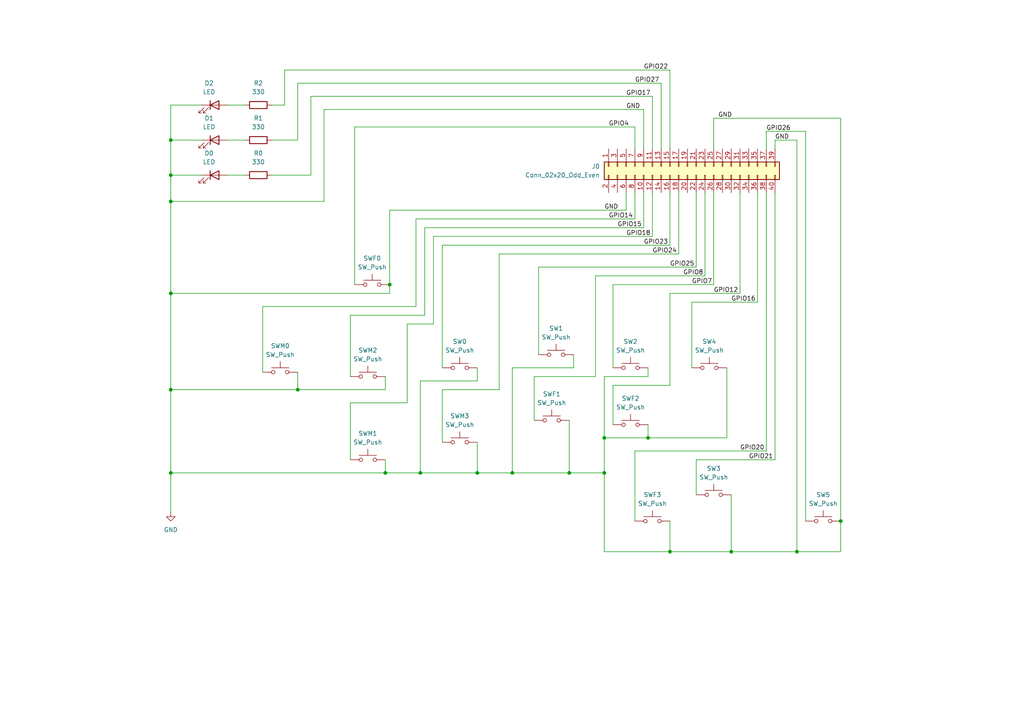
<source format=kicad_sch>
(kicad_sch (version 20211123) (generator eeschema)
  (paper "A4")
  (lib_symbols
    (symbol "Connector_Generic:Conn_02x20_Odd_Even" (pin_names (offset 1.016) hide)
      (property "Reference" "J" (at 1.27 25.4 0))
      (property "Value" "Conn_02x20_Odd_Even" (at 1.27 -27.94 0))
      (symbol "Conn_02x20_Odd_Even_1_1"
        (rectangle (start -1.27 -25.273) (end 0 -25.527) (stroke (width 0.1524)))
        (rectangle (start -1.27 -22.733) (end 0 -22.987) (stroke (width 0.1524)))
        (rectangle (start -1.27 -20.193) (end 0 -20.447) (stroke (width 0.1524)))
        (rectangle (start -1.27 -17.653) (end 0 -17.907) (stroke (width 0.1524)))
        (rectangle (start -1.27 -15.113) (end 0 -15.367) (stroke (width 0.1524)))
        (rectangle (start -1.27 -12.573) (end 0 -12.827) (stroke (width 0.1524)))
        (rectangle (start -1.27 -10.033) (end 0 -10.287) (stroke (width 0.1524)))
        (rectangle (start -1.27 -7.493) (end 0 -7.747) (stroke (width 0.1524)))
        (rectangle (start -1.27 -4.953) (end 0 -5.207) (stroke (width 0.1524)))
        (rectangle (start -1.27 -2.413) (end 0 -2.667) (stroke (width 0.1524)))
        (rectangle (start -1.27 0.127) (end 0 -0.127) (stroke (width 0.1524)))
        (rectangle (start -1.27 2.667) (end 0 2.413) (stroke (width 0.1524)))
        (rectangle (start -1.27 5.207) (end 0 4.953) (stroke (width 0.1524)))
        (rectangle (start -1.27 7.747) (end 0 7.493) (stroke (width 0.1524)))
        (rectangle (start -1.27 10.287) (end 0 10.033) (stroke (width 0.1524)))
        (rectangle (start -1.27 12.827) (end 0 12.573) (stroke (width 0.1524)))
        (rectangle (start -1.27 15.367) (end 0 15.113) (stroke (width 0.1524)))
        (rectangle (start -1.27 17.907) (end 0 17.653) (stroke (width 0.1524)))
        (rectangle (start -1.27 20.447) (end 0 20.193) (stroke (width 0.1524)))
        (rectangle (start -1.27 22.987) (end 0 22.733) (stroke (width 0.1524)))
        (rectangle (start -1.27 24.13) (end 3.81 -26.67) (stroke (width 0.254)) (fill (type background)))
        (rectangle (start 3.81 -25.273) (end 2.54 -25.527) (stroke (width 0.1524)))
        (rectangle (start 3.81 -22.733) (end 2.54 -22.987) (stroke (width 0.1524)))
        (rectangle (start 3.81 -20.193) (end 2.54 -20.447) (stroke (width 0.1524)))
        (rectangle (start 3.81 -17.653) (end 2.54 -17.907) (stroke (width 0.1524)))
        (rectangle (start 3.81 -15.113) (end 2.54 -15.367) (stroke (width 0.1524)))
        (rectangle (start 3.81 -12.573) (end 2.54 -12.827) (stroke (width 0.1524)))
        (rectangle (start 3.81 -10.033) (end 2.54 -10.287) (stroke (width 0.1524)))
        (rectangle (start 3.81 -7.493) (end 2.54 -7.747) (stroke (width 0.1524)))
        (rectangle (start 3.81 -4.953) (end 2.54 -5.207) (stroke (width 0.1524)))
        (rectangle (start 3.81 -2.413) (end 2.54 -2.667) (stroke (width 0.1524)))
        (rectangle (start 3.81 0.127) (end 2.54 -0.127) (stroke (width 0.1524)))
        (rectangle (start 3.81 2.667) (end 2.54 2.413) (stroke (width 0.1524)))
        (rectangle (start 3.81 5.207) (end 2.54 4.953) (stroke (width 0.1524)))
        (rectangle (start 3.81 7.747) (end 2.54 7.493) (stroke (width 0.1524)))
        (rectangle (start 3.81 10.287) (end 2.54 10.033) (stroke (width 0.1524)))
        (rectangle (start 3.81 12.827) (end 2.54 12.573) (stroke (width 0.1524)))
        (rectangle (start 3.81 15.367) (end 2.54 15.113) (stroke (width 0.1524)))
        (rectangle (start 3.81 17.907) (end 2.54 17.653) (stroke (width 0.1524)))
        (rectangle (start 3.81 20.447) (end 2.54 20.193) (stroke (width 0.1524)))
        (rectangle (start 3.81 22.987) (end 2.54 22.733) (stroke (width 0.1524)))
        (pin passive line (at -5.08 22.86 0) (length 3.81) (name "Pin_1") (number "1"))
        (pin passive line (at 7.62 12.7 180) (length 3.81) (name "Pin_10") (number "10"))
        (pin passive line (at -5.08 10.16 0) (length 3.81) (name "Pin_11") (number "11"))
        (pin passive line (at 7.62 10.16 180) (length 3.81) (name "Pin_12") (number "12"))
        (pin passive line (at -5.08 7.62 0) (length 3.81) (name "Pin_13") (number "13"))
        (pin passive line (at 7.62 7.62 180) (length 3.81) (name "Pin_14") (number "14"))
        (pin passive line (at -5.08 5.08 0) (length 3.81) (name "Pin_15") (number "15"))
        (pin passive line (at 7.62 5.08 180) (length 3.81) (name "Pin_16") (number "16"))
        (pin passive line (at -5.08 2.54 0) (length 3.81) (name "Pin_17") (number "17"))
        (pin passive line (at 7.62 2.54 180) (length 3.81) (name "Pin_18") (number "18"))
        (pin passive line (at -5.08 0 0) (length 3.81) (name "Pin_19") (number "19"))
        (pin passive line (at 7.62 22.86 180) (length 3.81) (name "Pin_2") (number "2"))
        (pin passive line (at 7.62 0 180) (length 3.81) (name "Pin_20") (number "20"))
        (pin passive line (at -5.08 -2.54 0) (length 3.81) (name "Pin_21") (number "21"))
        (pin passive line (at 7.62 -2.54 180) (length 3.81) (name "Pin_22") (number "22"))
        (pin passive line (at -5.08 -5.08 0) (length 3.81) (name "Pin_23") (number "23"))
        (pin passive line (at 7.62 -5.08 180) (length 3.81) (name "Pin_24") (number "24"))
        (pin passive line (at -5.08 -7.62 0) (length 3.81) (name "Pin_25") (number "25"))
        (pin passive line (at 7.62 -7.62 180) (length 3.81) (name "Pin_26") (number "26"))
        (pin passive line (at -5.08 -10.16 0) (length 3.81) (name "Pin_27") (number "27"))
        (pin passive line (at 7.62 -10.16 180) (length 3.81) (name "Pin_28") (number "28"))
        (pin passive line (at -5.08 -12.7 0) (length 3.81) (name "Pin_29") (number "29"))
        (pin passive line (at -5.08 20.32 0) (length 3.81) (name "Pin_3") (number "3"))
        (pin passive line (at 7.62 -12.7 180) (length 3.81) (name "Pin_30") (number "30"))
        (pin passive line (at -5.08 -15.24 0) (length 3.81) (name "Pin_31") (number "31"))
        (pin passive line (at 7.62 -15.24 180) (length 3.81) (name "Pin_32") (number "32"))
        (pin passive line (at -5.08 -17.78 0) (length 3.81) (name "Pin_33") (number "33"))
        (pin passive line (at 7.62 -17.78 180) (length 3.81) (name "Pin_34") (number "34"))
        (pin passive line (at -5.08 -20.32 0) (length 3.81) (name "Pin_35") (number "35"))
        (pin passive line (at 7.62 -20.32 180) (length 3.81) (name "Pin_36") (number "36"))
        (pin passive line (at -5.08 -22.86 0) (length 3.81) (name "Pin_37") (number "37"))
        (pin passive line (at 7.62 -22.86 180) (length 3.81) (name "Pin_38") (number "38"))
        (pin passive line (at -5.08 -25.4 0) (length 3.81) (name "Pin_39") (number "39"))
        (pin passive line (at 7.62 20.32 180) (length 3.81) (name "Pin_4") (number "4"))
        (pin passive line (at 7.62 -25.4 180) (length 3.81) (name "Pin_40") (number "40"))
        (pin passive line (at -5.08 17.78 0) (length 3.81) (name "Pin_5") (number "5"))
        (pin passive line (at 7.62 17.78 180) (length 3.81) (name "Pin_6") (number "6"))
        (pin passive line (at -5.08 15.24 0) (length 3.81) (name "Pin_7") (number "7"))
        (pin passive line (at 7.62 15.24 180) (length 3.81) (name "Pin_8") (number "8"))
        (pin passive line (at -5.08 12.7 0) (length 3.81) (name "Pin_9") (number "9"))
      )
    )
    (symbol "Device:LED" (pin_numbers hide) (pin_names (offset 1.016) hide)
      (property "Reference" "D" (at 0 2.54 0))
      (property "Value" "LED" (at 0 -2.54 0))
      (symbol "LED_0_1"
        (polyline (pts (xy -1.27 -1.27) (xy -1.27 1.27)) (stroke (width 0.254)))
        (polyline (pts (xy -1.27 0) (xy 1.27 0)))
        (polyline (pts (xy 1.27 -1.27) (xy 1.27 1.27) (xy -1.27 0) (xy 1.27 -1.27)) (stroke (width 0.254)))
        (polyline (pts (xy -3.048 -0.762) (xy -4.572 -2.286) (xy -3.81 -2.286) (xy -4.572 -2.286) (xy -4.572 -1.524)))
        (polyline (pts (xy -1.778 -0.762) (xy -3.302 -2.286) (xy -2.54 -2.286) (xy -3.302 -2.286) (xy -3.302 -1.524)))
      )
      (symbol "LED_1_1"
        (pin passive line (at -3.81 0 0) (length 2.54) (name "K") (number "1"))
        (pin passive line (at 3.81 0 180) (length 2.54) (name "A") (number "2"))
      )
    )
    (symbol "Device:R" (pin_numbers hide) (pin_names (offset 0))
      (property "Reference" "R" (at 2.032 0 90))
      (property "Value" "R" (at 0 0 90))
      (symbol "R_0_1"
        (rectangle (start -1.016 -2.54) (end 1.016 2.54) (stroke (width 0.254)))
      )
      (symbol "R_1_1"
        (pin passive line (at 0 3.81 270) (length 1.27) (name "~") (number "1"))
        (pin passive line (at 0 -3.81 90) (length 1.27) (name "~") (number "2"))
      )
    )
    (symbol "Switch:SW_Push" (pin_numbers hide) (pin_names (offset 1.016) hide)
      (property "Reference" "SW" (at 1.27 2.54 0))
      (property "Value" "SW_Push" (at 0 -1.524 0))
      (symbol "SW_Push_0_1"
        (circle (center -2.032 0) (radius 0.508))
        (polyline (pts (xy 0 1.27) (xy 0 3.048)))
        (polyline (pts (xy 2.54 1.27) (xy -2.54 1.27)))
        (circle (center 2.032 0) (radius 0.508))
        (pin passive line (at -5.08 0 0) (length 2.54) (name "1") (number "1"))
        (pin passive line (at 5.08 0 180) (length 2.54) (name "2") (number "2"))
      )
    )
    (symbol "power:GND" (power) (pin_names (offset 0))
      (property "Value" "GND" (at 0 -3.81 0))
      (symbol "GND_0_1"
        (polyline (pts (xy 0 0) (xy 0 -1.27) (xy 1.27 -1.27) (xy 0 -2.54) (xy -1.27 -1.27) (xy 0 -1.27)))
      )
      (symbol "GND_1_1"
        (pin power_in line (at 0 0 270) (length 0) hide (name "GND") (number "1"))
      )
    )
  )
  (junction (at 49.53 137.16))
  (junction (at 49.53 113.03))
  (junction (at 49.53 85.09))
  (junction (at 194.31 160.02))
  (junction (at 111.76 137.16))
  (junction (at 243.84 151.13))
  (junction (at 231.14 160.02))
  (junction (at 165.1 137.16))
  (junction (at 187.96 127))
  (junction (at 113.03 82.55))
  (junction (at 148.59 137.16))
  (junction (at 212.09 160.02))
  (junction (at 86.36 113.03))
  (junction (at 175.26 137.16))
  (junction (at 121.92 137.16))
  (junction (at 49.53 50.8))
  (junction (at 49.53 58.42))
  (junction (at 138.43 137.16))
  (junction (at 175.26 127))
  (junction (at 49.53 40.64))
  (wire (pts (xy 177.8 123.19) (xy 177.8 111.76)))
  (wire (pts (xy 189.23 68.58) (xy 189.23 55.88)))
  (wire (pts (xy 165.1 137.16) (xy 148.59 137.16)))
  (wire (pts (xy 219.71 55.88) (xy 219.71 87.63)))
  (wire (pts (xy 187.96 127) (xy 210.82 127)))
  (wire (pts (xy 166.37 102.87) (xy 166.37 106.68)))
  (wire (pts (xy 201.93 133.35) (xy 201.93 143.51)))
  (wire (pts (xy 125.73 68.58) (xy 189.23 68.58)))
  (wire (pts (xy 49.53 40.64) (xy 58.42 40.64)))
  (wire (pts (xy 201.93 77.47) (xy 201.93 55.88)))
  (wire (pts (xy 118.11 93.98) (xy 125.73 93.98)))
  (wire (pts (xy 49.53 85.09) (xy 49.53 113.03)))
  (wire (pts (xy 212.09 160.02) (xy 231.14 160.02)))
  (wire (pts (xy 128.27 71.12) (xy 194.31 71.12)))
  (wire (pts (xy 186.69 31.75) (xy 93.98 31.75)))
  (wire (pts (xy 194.31 43.18) (xy 194.31 20.32)))
  (wire (pts (xy 49.53 30.48) (xy 49.53 40.64)))
  (wire (pts (xy 194.31 71.12) (xy 194.31 55.88)))
  (wire (pts (xy 144.78 73.66) (xy 196.85 73.66)))
  (wire (pts (xy 120.65 88.9) (xy 120.65 63.5)))
  (wire (pts (xy 166.37 106.68) (xy 148.59 106.68)))
  (wire (pts (xy 58.42 30.48) (xy 49.53 30.48)))
  (wire (pts (xy 82.55 20.32) (xy 82.55 30.48)))
  (wire (pts (xy 71.12 30.48) (xy 66.04 30.48)))
  (wire (pts (xy 243.84 34.29) (xy 243.84 151.13)))
  (wire (pts (xy 120.65 63.5) (xy 184.15 63.5)))
  (wire (pts (xy 90.17 27.94) (xy 90.17 50.8)))
  (wire (pts (xy 93.98 31.75) (xy 93.98 58.42)))
  (wire (pts (xy 86.36 107.95) (xy 86.36 113.03)))
  (wire (pts (xy 113.03 85.09) (xy 49.53 85.09)))
  (wire (pts (xy 156.21 77.47) (xy 201.93 77.47)))
  (wire (pts (xy 187.96 109.22) (xy 175.26 109.22)))
  (wire (pts (xy 186.69 43.18) (xy 186.69 31.75)))
  (wire (pts (xy 177.8 82.55) (xy 207.01 82.55)))
  (wire (pts (xy 154.94 121.92) (xy 154.94 109.22)))
  (wire (pts (xy 191.77 24.13) (xy 86.36 24.13)))
  (wire (pts (xy 113.03 60.96) (xy 181.61 60.96)))
  (wire (pts (xy 144.78 113.03) (xy 144.78 73.66)))
  (wire (pts (xy 111.76 113.03) (xy 86.36 113.03)))
  (wire (pts (xy 175.26 127) (xy 187.96 127)))
  (wire (pts (xy 200.66 106.68) (xy 200.66 87.63)))
  (wire (pts (xy 113.03 82.55) (xy 113.03 60.96)))
  (wire (pts (xy 165.1 121.92) (xy 165.1 137.16)))
  (wire (pts (xy 214.63 55.88) (xy 214.63 85.09)))
  (wire (pts (xy 123.19 66.04) (xy 186.69 66.04)))
  (wire (pts (xy 207.01 34.29) (xy 207.01 43.18)))
  (wire (pts (xy 156.21 102.87) (xy 156.21 77.47)))
  (wire (pts (xy 102.87 36.83) (xy 102.87 82.55)))
  (wire (pts (xy 138.43 128.27) (xy 138.43 137.16)))
  (wire (pts (xy 243.84 160.02) (xy 243.84 151.13)))
  (wire (pts (xy 189.23 27.94) (xy 90.17 27.94)))
  (wire (pts (xy 233.68 38.1) (xy 233.68 151.13)))
  (wire (pts (xy 187.96 123.19) (xy 187.96 127)))
  (wire (pts (xy 212.09 143.51) (xy 212.09 160.02)))
  (wire (pts (xy 207.01 82.55) (xy 207.01 55.88)))
  (wire (pts (xy 101.6 109.22) (xy 101.6 91.44)))
  (wire (pts (xy 194.31 160.02) (xy 175.26 160.02)))
  (wire (pts (xy 148.59 106.68) (xy 148.59 137.16)))
  (wire (pts (xy 231.14 40.64) (xy 231.14 160.02)))
  (wire (pts (xy 125.73 93.98) (xy 125.73 68.58)))
  (wire (pts (xy 201.93 133.35) (xy 224.79 133.35)))
  (wire (pts (xy 82.55 30.48) (xy 78.74 30.48)))
  (wire (pts (xy 194.31 85.09) (xy 214.63 85.09)))
  (wire (pts (xy 121.92 137.16) (xy 111.76 137.16)))
  (wire (pts (xy 194.31 111.76) (xy 194.31 85.09)))
  (wire (pts (xy 172.72 80.01) (xy 204.47 80.01)))
  (wire (pts (xy 154.94 109.22) (xy 172.72 109.22)))
  (wire (pts (xy 118.11 116.84) (xy 118.11 93.98)))
  (wire (pts (xy 121.92 137.16) (xy 138.43 137.16)))
  (wire (pts (xy 76.2 88.9) (xy 120.65 88.9)))
  (wire (pts (xy 187.96 106.68) (xy 187.96 109.22)))
  (wire (pts (xy 86.36 24.13) (xy 86.36 40.64)))
  (wire (pts (xy 196.85 55.88) (xy 196.85 73.66)))
  (wire (pts (xy 222.25 38.1) (xy 222.25 43.18)))
  (wire (pts (xy 128.27 128.27) (xy 128.27 113.03)))
  (wire (pts (xy 194.31 20.32) (xy 82.55 20.32)))
  (wire (pts (xy 93.98 58.42) (xy 49.53 58.42)))
  (wire (pts (xy 175.26 160.02) (xy 175.26 137.16)))
  (wire (pts (xy 138.43 137.16) (xy 148.59 137.16)))
  (wire (pts (xy 222.25 55.88) (xy 222.25 130.81)))
  (wire (pts (xy 86.36 40.64) (xy 78.74 40.64)))
  (wire (pts (xy 184.15 36.83) (xy 102.87 36.83)))
  (wire (pts (xy 224.79 40.64) (xy 231.14 40.64)))
  (wire (pts (xy 194.31 160.02) (xy 212.09 160.02)))
  (wire (pts (xy 101.6 91.44) (xy 123.19 91.44)))
  (wire (pts (xy 184.15 130.81) (xy 222.25 130.81)))
  (wire (pts (xy 101.6 133.35) (xy 101.6 116.84)))
  (wire (pts (xy 101.6 116.84) (xy 118.11 116.84)))
  (wire (pts (xy 224.79 43.18) (xy 224.79 40.64)))
  (wire (pts (xy 222.25 38.1) (xy 233.68 38.1)))
  (wire (pts (xy 49.53 58.42) (xy 49.53 85.09)))
  (wire (pts (xy 194.31 151.13) (xy 194.31 160.02)))
  (wire (pts (xy 138.43 110.49) (xy 121.92 110.49)))
  (wire (pts (xy 138.43 106.68) (xy 138.43 110.49)))
  (wire (pts (xy 175.26 109.22) (xy 175.26 127)))
  (wire (pts (xy 177.8 106.68) (xy 177.8 82.55)))
  (wire (pts (xy 49.53 113.03) (xy 49.53 137.16)))
  (wire (pts (xy 49.53 50.8) (xy 58.42 50.8)))
  (wire (pts (xy 210.82 127) (xy 210.82 106.68)))
  (wire (pts (xy 200.66 87.63) (xy 219.71 87.63)))
  (wire (pts (xy 231.14 160.02) (xy 243.84 160.02)))
  (wire (pts (xy 111.76 109.22) (xy 111.76 113.03)))
  (wire (pts (xy 175.26 137.16) (xy 165.1 137.16)))
  (wire (pts (xy 113.03 82.55) (xy 113.03 85.09)))
  (wire (pts (xy 49.53 113.03) (xy 86.36 113.03)))
  (wire (pts (xy 177.8 111.76) (xy 194.31 111.76)))
  (wire (pts (xy 49.53 40.64) (xy 49.53 50.8)))
  (wire (pts (xy 175.26 127) (xy 175.26 137.16)))
  (wire (pts (xy 128.27 113.03) (xy 144.78 113.03)))
  (wire (pts (xy 111.76 133.35) (xy 111.76 137.16)))
  (wire (pts (xy 181.61 60.96) (xy 181.61 55.88)))
  (wire (pts (xy 121.92 110.49) (xy 121.92 137.16)))
  (wire (pts (xy 90.17 50.8) (xy 78.74 50.8)))
  (wire (pts (xy 204.47 80.01) (xy 204.47 55.88)))
  (wire (pts (xy 189.23 43.18) (xy 189.23 27.94)))
  (wire (pts (xy 184.15 43.18) (xy 184.15 36.83)))
  (wire (pts (xy 49.53 137.16) (xy 111.76 137.16)))
  (wire (pts (xy 49.53 50.8) (xy 49.53 58.42)))
  (wire (pts (xy 186.69 66.04) (xy 186.69 55.88)))
  (wire (pts (xy 76.2 107.95) (xy 76.2 88.9)))
  (wire (pts (xy 191.77 43.18) (xy 191.77 24.13)))
  (wire (pts (xy 184.15 151.13) (xy 184.15 130.81)))
  (wire (pts (xy 224.79 55.88) (xy 224.79 133.35)))
  (wire (pts (xy 207.01 34.29) (xy 243.84 34.29)))
  (wire (pts (xy 71.12 50.8) (xy 66.04 50.8)))
  (wire (pts (xy 49.53 137.16) (xy 49.53 148.59)))
  (wire (pts (xy 128.27 106.68) (xy 128.27 71.12)))
  (wire (pts (xy 172.72 109.22) (xy 172.72 80.01)))
  (wire (pts (xy 123.19 91.44) (xy 123.19 66.04)))
  (wire (pts (xy 184.15 63.5) (xy 184.15 55.88)))
  (wire (pts (xy 71.12 40.64) (xy 66.04 40.64)))
  (label "GPIO8" (at 198.12 80.01 0))
  (label "GPIO12" (at 207.01 85.09 0))
  (label "GND" (at 224.79 40.64 0))
  (label "GPIO16" (at 212.09 87.63 0))
  (label "GND" (at 208.28 34.29 0))
  (label "GPIO18" (at 181.61 68.58 0))
  (label "GPIO21" (at 217.17 133.35 0))
  (label "GPIO17" (at 181.61 27.94 0))
  (label "GPIO26" (at 222.25 38.1 0))
  (label "GPIO27" (at 184.15 24.13 0))
  (label "GPIO22" (at 186.69 20.32 0))
  (label "GPIO15" (at 179.07 66.04 0))
  (label "GND" (at 175.26 60.96 0))
  (label "GPIO20" (at 214.63 130.81 0))
  (label "GPIO24" (at 189.23 73.66 0))
  (label "GPIO23" (at 186.69 71.12 0))
  (label "GPIO7" (at 200.66 82.55 0))
  (label "GPIO14" (at 176.53 63.5 0))
  (label "GPIO4" (at 176.53 36.83 0))
  (label "GPIO25" (at 194.31 77.47 0))
  (label "GND" (at 181.61 31.75 0))
  (symbol (lib_id "Switch:SW_Push") (at 106.68 109.22 0) (unit 1)
    (property "Reference" "SWM2" (at 106.68 101.6 0))
    (property "Value" "SW_Push" (at 106.68 104.14 0))
    (property "Footprint" "Library:Kailh_Choc" (effects hide))
  )
  (symbol (lib_id "Device:R") (at 74.93 50.8 270) (mirror x) (unit 1)
    (property "Reference" "R0" (at 74.93 44.45 90))
    (property "Value" "330" (at 74.93 46.99 90))
    (property "Footprint" "Resistor_THT:R_Axial_DIN0204_L3.6mm_D1.6mm_P7.62mm_Horizontal" (effects hide))
  )
  (symbol (lib_id "Switch:SW_Push") (at 106.68 133.35 0) (unit 1)
    (property "Reference" "SWM1" (at 106.68 125.73 0))
    (property "Value" "SW_Push" (at 106.68 128.27 0))
    (property "Footprint" "Library:Kailh_Choc" (effects hide))
  )
  (symbol (lib_id "Switch:SW_Push") (at 182.88 106.68 0) (unit 1)
    (property "Reference" "SW2" (at 182.88 99.06 0))
    (property "Value" "SW_Push" (at 182.88 101.6 0))
    (property "Footprint" "Library:Kailh_Choc" (effects hide))
  )
  (symbol (lib_id "power:GND") (at 49.53 148.59 0) (unit 1)
    (property "Reference" "#PWR?" (effects hide))
    (property "Value" "GND" (at 49.53 153.67 0))
  )
  (symbol (lib_id "Switch:SW_Push") (at 133.35 128.27 0) (unit 1)
    (property "Reference" "SWM3" (at 133.35 120.65 0))
    (property "Value" "SW_Push" (at 133.35 123.19 0))
    (property "Footprint" "Library:Kailh_Choc" (effects hide))
  )
  (symbol (lib_id "Device:LED") (at 62.23 30.48 0) (unit 1)
    (property "Reference" "D2" (at 60.6425 24.13 0))
    (property "Value" "LED" (at 60.6425 26.67 0))
    (property "Footprint" "Diode_THT:D_T-1_P2.54mm_Vertical_AnodeUp" (effects hide))
  )
  (symbol (lib_id "Switch:SW_Push") (at 107.95 82.55 0) (unit 1)
    (property "Reference" "SWF0" (at 107.95 74.93 0))
    (property "Value" "SW_Push" (at 107.95 77.47 0))
    (property "Footprint" "Library:Kailh_Choc" (effects hide))
  )
  (symbol (lib_id "Switch:SW_Push") (at 207.01 143.51 0) (unit 1)
    (property "Reference" "SW3" (at 207.01 135.89 0))
    (property "Value" "SW_Push" (at 207.01 138.43 0))
    (property "Footprint" "Library:Kailh_Choc" (effects hide))
  )
  (symbol (lib_id "Switch:SW_Push") (at 189.23 151.13 0) (unit 1)
    (property "Reference" "SWF3" (at 189.23 143.51 0))
    (property "Value" "SW_Push" (at 189.23 146.05 0))
    (property "Footprint" "Library:Kailh_Choc" (effects hide))
  )
  (symbol (lib_id "Device:LED") (at 62.23 50.8 0) (unit 1)
    (property "Reference" "D0" (at 60.6425 44.45 0))
    (property "Value" "LED" (at 60.6425 46.99 0))
    (property "Footprint" "Diode_THT:D_T-1_P2.54mm_Vertical_AnodeUp" (effects hide))
  )
  (symbol (lib_id "Switch:SW_Push") (at 81.28 107.95 0) (unit 1)
    (property "Reference" "SWM0" (at 81.28 100.33 0))
    (property "Value" "SW_Push" (at 81.28 102.87 0))
    (property "Footprint" "Library:Kailh_Choc" (effects hide))
  )
  (symbol (lib_id "Switch:SW_Push") (at 182.88 123.19 0) (unit 1)
    (property "Reference" "SWF2" (at 182.88 115.57 0))
    (property "Value" "SW_Push" (at 182.88 118.11 0))
    (property "Footprint" "Library:Kailh_Choc" (effects hide))
  )
  (symbol (lib_id "Switch:SW_Push") (at 205.74 106.68 0) (unit 1)
    (property "Reference" "SW4" (at 205.74 99.06 0))
    (property "Value" "SW_Push" (at 205.74 101.6 0))
    (property "Footprint" "Library:Kailh_Choc" (effects hide))
  )
  (symbol (lib_id "Switch:SW_Push") (at 238.76 151.13 0) (unit 1)
    (property "Reference" "SW5" (at 238.76 143.51 0))
    (property "Value" "SW_Push" (at 238.76 146.05 0))
    (property "Footprint" "Library:Kailh_Choc" (effects hide))
  )
  (symbol (lib_id "Device:R") (at 74.93 40.64 270) (mirror x) (unit 1)
    (property "Reference" "R1" (at 74.93 34.29 90))
    (property "Value" "330" (at 74.93 36.83 90))
    (property "Footprint" "Resistor_THT:R_Axial_DIN0204_L3.6mm_D1.6mm_P7.62mm_Horizontal" (effects hide))
  )
  (symbol (lib_id "Switch:SW_Push") (at 133.35 106.68 0) (unit 1)
    (property "Reference" "SW0" (at 133.35 99.06 0))
    (property "Value" "SW_Push" (at 133.35 101.6 0))
    (property "Footprint" "Library:Kailh_Choc" (effects hide))
  )
  (symbol (lib_id "Device:R") (at 74.93 30.48 270) (mirror x) (unit 1)
    (property "Reference" "R2" (at 74.93 24.13 90))
    (property "Value" "330" (at 74.93 26.67 90))
    (property "Footprint" "Resistor_THT:R_Axial_DIN0204_L3.6mm_D1.6mm_P7.62mm_Horizontal" (effects hide))
  )
  (symbol (lib_id "Switch:SW_Push") (at 161.29 102.87 0) (unit 1)
    (property "Reference" "SW1" (at 161.29 95.25 0))
    (property "Value" "SW_Push" (at 161.29 97.79 0))
    (property "Footprint" "Library:Kailh_Choc" (effects hide))
  )
  (symbol (lib_id "Device:LED") (at 62.23 40.64 0) (unit 1)
    (property "Reference" "D1" (at 60.6425 34.29 0))
    (property "Value" "LED" (at 60.6425 36.83 0))
    (property "Footprint" "Diode_THT:D_T-1_P2.54mm_Vertical_AnodeUp" (effects hide))
  )
  (symbol (lib_id "Switch:SW_Push") (at 160.02 121.92 0) (unit 1)
    (property "Reference" "SWF1" (at 160.02 114.3 0))
    (property "Value" "SW_Push" (at 160.02 116.84 0))
    (property "Footprint" "Library:Kailh_Choc" (effects hide))
  )
  (symbol (lib_id "Connector_Generic:Conn_02x20_Odd_Even") (at 199.39 48.26 90) (mirror x) (unit 1)
    (property "Reference" "J0" (at 173.99 48.2599 90) (effects (justify left)))
    (property "Value" "Conn_02x20_Odd_Even" (at 173.99 50.7999 90) (effects (justify left)))
    (property "Footprint" "Module:Raspberry_Pi_Zero_Socketed_THT_FaceDown_MountingHoles" (effects hide))
  )
)
</source>
